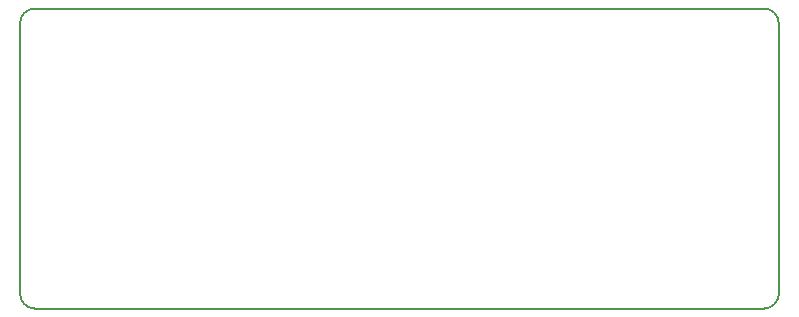
<source format=gm1>
G04 #@! TF.GenerationSoftware,KiCad,Pcbnew,5.1.12-84ad8e8a86~92~ubuntu21.04.1*
G04 #@! TF.CreationDate,2021-11-28T19:11:15-03:00*
G04 #@! TF.ProjectId,Franzininho WIFI,4672616e-7a69-46e6-996e-686f20574946,rev?*
G04 #@! TF.SameCoordinates,Original*
G04 #@! TF.FileFunction,Profile,NP*
%FSLAX46Y46*%
G04 Gerber Fmt 4.6, Leading zero omitted, Abs format (unit mm)*
G04 Created by KiCad (PCBNEW 5.1.12-84ad8e8a86~92~ubuntu21.04.1) date 2021-11-28 19:11:15*
%MOMM*%
%LPD*%
G01*
G04 APERTURE LIST*
G04 #@! TA.AperFunction,Profile*
%ADD10C,0.150000*%
G04 #@! TD*
G04 APERTURE END LIST*
D10*
X120523000Y-93980000D02*
G75*
G02*
X121793000Y-92710000I1270000J0D01*
G01*
X121793000Y-118110000D02*
G75*
G02*
X120523000Y-116840000I0J1270000D01*
G01*
X184785000Y-116840000D02*
G75*
G02*
X183515000Y-118110000I-1270000J0D01*
G01*
X183515000Y-92710000D02*
G75*
G02*
X184785000Y-93980000I0J-1270000D01*
G01*
X121793000Y-118110000D02*
X183515000Y-118110000D01*
X184785000Y-116840000D02*
X184785000Y-93980000D01*
X183515000Y-92710000D02*
X121793000Y-92710000D01*
X120523000Y-93980000D02*
X120523000Y-116840000D01*
M02*

</source>
